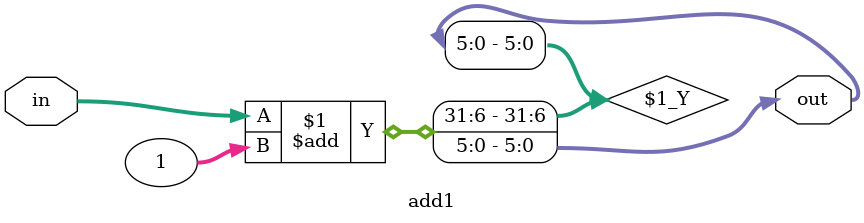
<source format=v>
/*
* Aidan Good
* add1.v
* takes input and outputs input + 1
*/

module add1(
    input [5:0] in,
    output [5:0] out);
    
    
    assign out = in + 1;
    
endmodule

</source>
